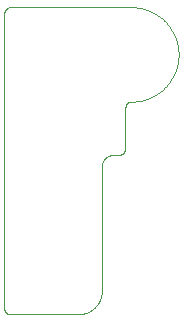
<source format=gtp>
G04 EAGLE Gerber X2 export*
G75*
%MOMM*%
%FSLAX35Y35*%
%LPD*%
%AMOC8*
5,1,8,0,0,1.08239X$1,22.5*%
G01*
%ADD10C,0.000000*%


D10*
X-1025000Y400000D02*
X0Y400000D01*
X9665Y399883D01*
X19325Y399533D01*
X28974Y398949D01*
X38606Y398133D01*
X48215Y397084D01*
X57796Y395803D01*
X67343Y394290D01*
X76851Y392548D01*
X86314Y390576D01*
X95726Y388377D01*
X105083Y385950D01*
X114378Y383298D01*
X123607Y380423D01*
X132763Y377325D01*
X141842Y374006D01*
X150838Y370470D01*
X159746Y366717D01*
X168560Y362750D01*
X177277Y358571D01*
X185889Y354182D01*
X194393Y349587D01*
X202784Y344788D01*
X211056Y339787D01*
X219205Y334588D01*
X227226Y329194D01*
X235114Y323607D01*
X242865Y317831D01*
X250474Y311870D01*
X257937Y305726D01*
X265249Y299404D01*
X272406Y292907D01*
X279405Y286240D01*
X286240Y279405D01*
X292907Y272406D01*
X299404Y265249D01*
X305726Y257937D01*
X311870Y250474D01*
X317831Y242865D01*
X323607Y235114D01*
X329194Y227226D01*
X334588Y219205D01*
X339787Y211056D01*
X344788Y202784D01*
X349587Y194393D01*
X354182Y185889D01*
X358571Y177277D01*
X362750Y168560D01*
X366717Y159746D01*
X370470Y150838D01*
X374006Y141842D01*
X377325Y132763D01*
X380423Y123607D01*
X383298Y114378D01*
X385950Y105083D01*
X388377Y95726D01*
X390576Y86314D01*
X392548Y76851D01*
X394290Y67343D01*
X395803Y57796D01*
X397084Y48215D01*
X398133Y38606D01*
X398949Y28974D01*
X399533Y19325D01*
X399883Y9665D01*
X400000Y0D01*
X-1075000Y350000D02*
X-1075000Y-2150000D01*
X-1074985Y-2151208D01*
X-1074942Y-2152416D01*
X-1074869Y-2153622D01*
X-1074767Y-2154826D01*
X-1074635Y-2156027D01*
X-1074475Y-2157224D01*
X-1074286Y-2158418D01*
X-1074069Y-2159606D01*
X-1073822Y-2160789D01*
X-1073547Y-2161966D01*
X-1073244Y-2163135D01*
X-1072912Y-2164297D01*
X-1072553Y-2165451D01*
X-1072166Y-2166595D01*
X-1071751Y-2167730D01*
X-1071309Y-2168855D01*
X-1070840Y-2169968D01*
X-1070344Y-2171070D01*
X-1069821Y-2172160D01*
X-1069273Y-2173236D01*
X-1068698Y-2174299D01*
X-1068098Y-2175348D01*
X-1067473Y-2176382D01*
X-1066824Y-2177401D01*
X-1066149Y-2178403D01*
X-1065451Y-2179389D01*
X-1064729Y-2180358D01*
X-1063984Y-2181309D01*
X-1063216Y-2182242D01*
X-1062426Y-2183156D01*
X-1061613Y-2184051D01*
X-1060780Y-2184926D01*
X-1059926Y-2185780D01*
X-1059051Y-2186613D01*
X-1058156Y-2187426D01*
X-1057242Y-2188216D01*
X-1056309Y-2188984D01*
X-1055358Y-2189729D01*
X-1054389Y-2190451D01*
X-1053403Y-2191149D01*
X-1052401Y-2191824D01*
X-1051382Y-2192473D01*
X-1050348Y-2193098D01*
X-1049299Y-2193698D01*
X-1048236Y-2194273D01*
X-1047160Y-2194821D01*
X-1046070Y-2195344D01*
X-1044968Y-2195840D01*
X-1043855Y-2196309D01*
X-1042730Y-2196751D01*
X-1041595Y-2197166D01*
X-1040451Y-2197553D01*
X-1039297Y-2197912D01*
X-1038135Y-2198244D01*
X-1036966Y-2198547D01*
X-1035789Y-2198822D01*
X-1034606Y-2199069D01*
X-1033418Y-2199286D01*
X-1032224Y-2199475D01*
X-1031027Y-2199635D01*
X-1029826Y-2199767D01*
X-1028622Y-2199869D01*
X-1027416Y-2199942D01*
X-1026208Y-2199985D01*
X-1025000Y-2200000D01*
X-450000Y-2200000D01*
X-445167Y-2199942D01*
X-440337Y-2199766D01*
X-435513Y-2199475D01*
X-430697Y-2199066D01*
X-425893Y-2198542D01*
X-421102Y-2197901D01*
X-416329Y-2197145D01*
X-411575Y-2196274D01*
X-406843Y-2195288D01*
X-402137Y-2194188D01*
X-397459Y-2192975D01*
X-392811Y-2191649D01*
X-388197Y-2190211D01*
X-383618Y-2188662D01*
X-379079Y-2187003D01*
X-374581Y-2185235D01*
X-370127Y-2183358D01*
X-365720Y-2181375D01*
X-361362Y-2179285D01*
X-357055Y-2177091D01*
X-352803Y-2174794D01*
X-348608Y-2172394D01*
X-344472Y-2169894D01*
X-340397Y-2167294D01*
X-336387Y-2164597D01*
X-332443Y-2161803D01*
X-328567Y-2158916D01*
X-324763Y-2155935D01*
X-321032Y-2152863D01*
X-317375Y-2149702D01*
X-313797Y-2146454D01*
X-310298Y-2143120D01*
X-306880Y-2139702D01*
X-303546Y-2136203D01*
X-300298Y-2132625D01*
X-297137Y-2128968D01*
X-294065Y-2125237D01*
X-291084Y-2121433D01*
X-288197Y-2117557D01*
X-285403Y-2113613D01*
X-282706Y-2109603D01*
X-280106Y-2105528D01*
X-277606Y-2101392D01*
X-275206Y-2097197D01*
X-272909Y-2092945D01*
X-270715Y-2088638D01*
X-268625Y-2084280D01*
X-266642Y-2079873D01*
X-264765Y-2075419D01*
X-262997Y-2070921D01*
X-261338Y-2066382D01*
X-259789Y-2061803D01*
X-258351Y-2057189D01*
X-257025Y-2052541D01*
X-255812Y-2047863D01*
X-254712Y-2043157D01*
X-253726Y-2038425D01*
X-252855Y-2033671D01*
X-252099Y-2028898D01*
X-251458Y-2024107D01*
X-250934Y-2019303D01*
X-250525Y-2014487D01*
X-250234Y-2009663D01*
X-250058Y-2004833D01*
X-250000Y-2000000D01*
X-1075000Y350000D02*
X-1074985Y351208D01*
X-1074942Y352416D01*
X-1074869Y353622D01*
X-1074767Y354826D01*
X-1074635Y356027D01*
X-1074475Y357224D01*
X-1074286Y358418D01*
X-1074069Y359606D01*
X-1073822Y360789D01*
X-1073547Y361966D01*
X-1073244Y363135D01*
X-1072912Y364297D01*
X-1072553Y365451D01*
X-1072166Y366595D01*
X-1071751Y367730D01*
X-1071309Y368855D01*
X-1070840Y369968D01*
X-1070344Y371070D01*
X-1069821Y372160D01*
X-1069273Y373236D01*
X-1068698Y374299D01*
X-1068098Y375348D01*
X-1067473Y376382D01*
X-1066824Y377401D01*
X-1066149Y378403D01*
X-1065451Y379389D01*
X-1064729Y380358D01*
X-1063984Y381309D01*
X-1063216Y382242D01*
X-1062426Y383156D01*
X-1061613Y384051D01*
X-1060780Y384926D01*
X-1059926Y385780D01*
X-1059051Y386613D01*
X-1058156Y387426D01*
X-1057242Y388216D01*
X-1056309Y388984D01*
X-1055358Y389729D01*
X-1054389Y390451D01*
X-1053403Y391149D01*
X-1052401Y391824D01*
X-1051382Y392473D01*
X-1050348Y393098D01*
X-1049299Y393698D01*
X-1048236Y394273D01*
X-1047160Y394821D01*
X-1046070Y395344D01*
X-1044968Y395840D01*
X-1043855Y396309D01*
X-1042730Y396751D01*
X-1041595Y397166D01*
X-1040451Y397553D01*
X-1039297Y397912D01*
X-1038135Y398244D01*
X-1036966Y398547D01*
X-1035789Y398822D01*
X-1034606Y399069D01*
X-1033418Y399286D01*
X-1032224Y399475D01*
X-1031027Y399635D01*
X-1029826Y399767D01*
X-1028622Y399869D01*
X-1027416Y399942D01*
X-1026208Y399985D01*
X-1025000Y400000D01*
X0Y-400000D02*
X9665Y-399883D01*
X19325Y-399533D01*
X28974Y-398949D01*
X38606Y-398133D01*
X48215Y-397084D01*
X57796Y-395803D01*
X67343Y-394290D01*
X76851Y-392548D01*
X86314Y-390576D01*
X95726Y-388377D01*
X105083Y-385950D01*
X114378Y-383298D01*
X123607Y-380423D01*
X132763Y-377325D01*
X141842Y-374006D01*
X150838Y-370470D01*
X159746Y-366717D01*
X168560Y-362750D01*
X177277Y-358571D01*
X185889Y-354182D01*
X194393Y-349587D01*
X202784Y-344788D01*
X211056Y-339787D01*
X219205Y-334588D01*
X227226Y-329194D01*
X235114Y-323607D01*
X242865Y-317831D01*
X250474Y-311870D01*
X257937Y-305726D01*
X265249Y-299404D01*
X272406Y-292907D01*
X279405Y-286240D01*
X286240Y-279405D01*
X292907Y-272406D01*
X299404Y-265249D01*
X305726Y-257937D01*
X311870Y-250474D01*
X317831Y-242865D01*
X323607Y-235114D01*
X329194Y-227226D01*
X334588Y-219205D01*
X339787Y-211056D01*
X344788Y-202784D01*
X349587Y-194393D01*
X354182Y-185889D01*
X358571Y-177277D01*
X362750Y-168560D01*
X366717Y-159746D01*
X370470Y-150838D01*
X374006Y-141842D01*
X377325Y-132763D01*
X380423Y-123607D01*
X383298Y-114378D01*
X385950Y-105083D01*
X388377Y-95726D01*
X390576Y-86314D01*
X392548Y-76851D01*
X394290Y-67343D01*
X395803Y-57796D01*
X397084Y-48215D01*
X398133Y-38606D01*
X398949Y-28974D01*
X399533Y-19325D01*
X399883Y-9665D01*
X400000Y0D01*
X-50000Y-450000D02*
X-50000Y-790000D01*
X-110000Y-850000D02*
X-150000Y-850000D01*
X-250000Y-950000D02*
X-250000Y-2000000D01*
X-110000Y-850000D02*
X-108550Y-849982D01*
X-107101Y-849930D01*
X-105654Y-849842D01*
X-104209Y-849720D01*
X-102768Y-849563D01*
X-101331Y-849370D01*
X-99899Y-849144D01*
X-98472Y-848882D01*
X-97053Y-848586D01*
X-95641Y-848257D01*
X-94238Y-847893D01*
X-92843Y-847495D01*
X-91459Y-847063D01*
X-90086Y-846599D01*
X-88724Y-846101D01*
X-87374Y-845570D01*
X-86038Y-845008D01*
X-84716Y-844412D01*
X-83409Y-843786D01*
X-82117Y-843127D01*
X-80841Y-842438D01*
X-79582Y-841718D01*
X-78342Y-840968D01*
X-77119Y-840188D01*
X-75916Y-839379D01*
X-74733Y-838541D01*
X-73570Y-837675D01*
X-72429Y-836780D01*
X-71309Y-835859D01*
X-70213Y-834911D01*
X-69139Y-833936D01*
X-68089Y-832936D01*
X-67064Y-831911D01*
X-66064Y-830861D01*
X-65089Y-829787D01*
X-64141Y-828691D01*
X-63220Y-827571D01*
X-62325Y-826430D01*
X-61459Y-825267D01*
X-60621Y-824084D01*
X-59812Y-822881D01*
X-59032Y-821658D01*
X-58282Y-820418D01*
X-57562Y-819159D01*
X-56873Y-817883D01*
X-56214Y-816591D01*
X-55588Y-815284D01*
X-54992Y-813962D01*
X-54430Y-812626D01*
X-53899Y-811276D01*
X-53401Y-809914D01*
X-52937Y-808541D01*
X-52505Y-807157D01*
X-52107Y-805762D01*
X-51743Y-804359D01*
X-51414Y-802947D01*
X-51118Y-801528D01*
X-50856Y-800101D01*
X-50630Y-798669D01*
X-50437Y-797232D01*
X-50280Y-795791D01*
X-50158Y-794346D01*
X-50070Y-792899D01*
X-50018Y-791450D01*
X-50000Y-790000D01*
X-150000Y-850000D02*
X-152416Y-850029D01*
X-154831Y-850117D01*
X-157243Y-850263D01*
X-159651Y-850467D01*
X-162054Y-850729D01*
X-164449Y-851049D01*
X-166836Y-851427D01*
X-169213Y-851863D01*
X-171578Y-852356D01*
X-173932Y-852906D01*
X-176271Y-853512D01*
X-178595Y-854175D01*
X-180902Y-854894D01*
X-183191Y-855669D01*
X-185460Y-856498D01*
X-187709Y-857383D01*
X-189936Y-858321D01*
X-192140Y-859313D01*
X-194319Y-860357D01*
X-196472Y-861454D01*
X-198598Y-862603D01*
X-200696Y-863803D01*
X-202764Y-865053D01*
X-204801Y-866353D01*
X-206806Y-867702D01*
X-208779Y-869098D01*
X-210716Y-870542D01*
X-212619Y-872033D01*
X-214484Y-873568D01*
X-216312Y-875149D01*
X-218102Y-876773D01*
X-219851Y-878440D01*
X-221560Y-880149D01*
X-223227Y-881898D01*
X-224851Y-883688D01*
X-226432Y-885516D01*
X-227967Y-887381D01*
X-229458Y-889284D01*
X-230902Y-891221D01*
X-232298Y-893194D01*
X-233647Y-895199D01*
X-234947Y-897236D01*
X-236197Y-899304D01*
X-237397Y-901402D01*
X-238546Y-903528D01*
X-239643Y-905681D01*
X-240687Y-907860D01*
X-241679Y-910064D01*
X-242617Y-912291D01*
X-243502Y-914540D01*
X-244331Y-916809D01*
X-245106Y-919098D01*
X-245825Y-921405D01*
X-246488Y-923729D01*
X-247094Y-926068D01*
X-247644Y-928422D01*
X-248137Y-930787D01*
X-248573Y-933164D01*
X-248951Y-935551D01*
X-249271Y-937946D01*
X-249533Y-940349D01*
X-249737Y-942757D01*
X-249883Y-945169D01*
X-249971Y-947584D01*
X-250000Y-950000D01*
X-50000Y-450000D02*
X-49985Y-448792D01*
X-49942Y-447584D01*
X-49869Y-446378D01*
X-49767Y-445174D01*
X-49635Y-443973D01*
X-49475Y-442776D01*
X-49286Y-441582D01*
X-49069Y-440394D01*
X-48822Y-439211D01*
X-48547Y-438034D01*
X-48244Y-436865D01*
X-47912Y-435703D01*
X-47553Y-434549D01*
X-47166Y-433405D01*
X-46751Y-432270D01*
X-46309Y-431145D01*
X-45840Y-430032D01*
X-45344Y-428930D01*
X-44821Y-427840D01*
X-44273Y-426764D01*
X-43698Y-425701D01*
X-43098Y-424652D01*
X-42473Y-423618D01*
X-41824Y-422599D01*
X-41149Y-421597D01*
X-40451Y-420611D01*
X-39729Y-419642D01*
X-38984Y-418691D01*
X-38216Y-417758D01*
X-37426Y-416844D01*
X-36613Y-415949D01*
X-35780Y-415074D01*
X-34926Y-414220D01*
X-34051Y-413387D01*
X-33156Y-412574D01*
X-32242Y-411784D01*
X-31309Y-411016D01*
X-30358Y-410271D01*
X-29389Y-409549D01*
X-28403Y-408851D01*
X-27401Y-408176D01*
X-26382Y-407527D01*
X-25348Y-406902D01*
X-24299Y-406302D01*
X-23236Y-405727D01*
X-22160Y-405179D01*
X-21070Y-404656D01*
X-19968Y-404160D01*
X-18855Y-403691D01*
X-17730Y-403249D01*
X-16595Y-402834D01*
X-15451Y-402447D01*
X-14297Y-402088D01*
X-13135Y-401756D01*
X-11966Y-401453D01*
X-10789Y-401178D01*
X-9606Y-400931D01*
X-8418Y-400714D01*
X-7224Y-400525D01*
X-6027Y-400365D01*
X-4826Y-400233D01*
X-3622Y-400131D01*
X-2416Y-400058D01*
X-1208Y-400015D01*
X0Y-400000D01*
M02*

</source>
